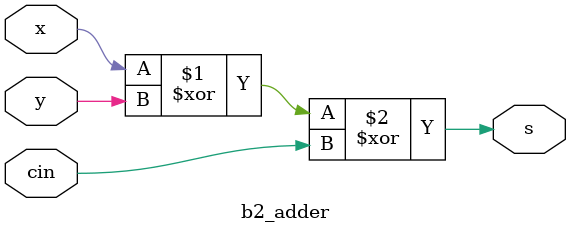
<source format=v>
module n4_b2_cla_adder(x3_x0, y3_y0, cin, s3_s0, cout);
	input[3:0] x3_x0, y3_y0;
	input cin;	
	output[3:0] s3_s0;
	output cout;

	wire[2:0] carry;

	n4_b2_cla cla(x3_x0, y3_y0, cin, {cout, carry});

	b2_adder add_0 (
		.x(x3_x0[0]), .y(y3_y0[0]),
		.cin(cin),
		.s(s3_s0[0])
	);
	
	b2_adder add_1 (
		.x(x3_x0[1]), .y(y3_y0[1]),
		.cin(carry[0]),
		.s(s3_s0[1])
	);

	b2_adder add_2 (
		.x(x3_x0[2]), .y(y3_y0[2]),
		.cin(carry[1]),
		.s(s3_s0[2])
	);
	
	b2_adder add_3 (
		.x(x3_x0[3]), .y(y3_y0[3]),
		.cin(carry[2]),
		.s(s3_s0[3])
	);
endmodule

// il modulo che calcola i riporti entranti in @carry
module n4_b2_cla(x3_x0, y3_y0, cin, carry);
	input[3:0] x3_x0, y3_y0;
	input cin;
	output[3:0] carry;

	wire[3:0] gen;
	wire[3:0] pro;

	assign gen = x3_x0 & y3_y0;
	assign pro = x3_x0 ^ y3_y0;

	assign carry[0] = gen[0] 
									| pro[0] & cin;
	assign carry[1] = gen[1] 
									|	pro[1] & gen[0] 
									| pro[1] & pro[0] & cin;
	assign carry[2] = gen[2] 
									| pro[2] & gen[1] 
									|	pro[2] & pro[1] & gen[0] | pro[2] & pro[1]
																											& pro[0] & cin;
	assign carry[3] = gen[3] 
									| pro[3] & gen[2] 
									| pro[3] & pro[2] & gen[1] 
									|	pro[3] & pro[2] & pro[1] & gen[0] | pro[3]
																		& pro[2] & pro[1] & pro[0] & cin; 
endmodule

// implementazione alternativa dell'adder (non abbiamo piu' bisogno 
// di cout) 
module b2_adder(x, y, cin, s);
	input x, y, cin;
	output s;

	assign s = (x ^ y) ^ cin;
endmodule

</source>
